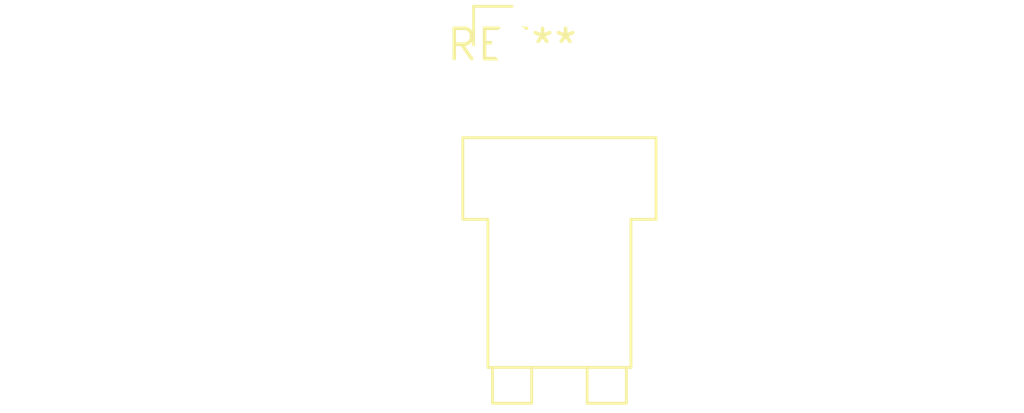
<source format=kicad_pcb>
(kicad_pcb (version 20240108) (generator pcbnew)
  (layers (0 "F.Cu" signal) (31 "B.Cu" signal) (34 "B.Paste" user) (35 "F.Paste" user) (36 "B.SilkS" user "B.Silkscreen") (37 "F.SilkS" user "F.Silkscreen") (38 "B.Mask" user) (39 "F.Mask" user) (44 "Edge.Cuts" user))
  (net 0 "")
  (footprint "JST_VH_B2PS-VH_1x02_P3.96mm_Horizontal" (layer "F.Cu") (at 0 0)
    (property "Reference" "REF**")
    (property "Value" "JST_VH_B2PS-VH_1x02_P3.96mm_Horizontal")
    (fp_line (start -2.06 3.89) (end 6.02 3.89) (layer "F.SilkS") (stroke (width 0.12)))
    (fp_line (start -2.06 7.31) (end -2.06 3.89) (layer "F.SilkS") (stroke (width 0.12)))
    (fp_line (start -1.61 -1.61) (end -1.61 0) (layer "F.SilkS") (stroke (width 0.12)))
    (fp_line (start -1.01 7.31) (end -2.06 7.31) (layer "F.SilkS") (stroke (width 0.12)))
    (fp_line (start -1.01 13.51) (end -1.01 7.31) (layer "F.SilkS") (stroke (width 0.12)))
    (fp_line (start -0.82 13.51) (end -0.82 15.01) (layer "F.SilkS") (stroke (width 0.12)))
    (fp_line (start -0.82 15.01) (end 0.82 15.01) (layer "F.SilkS") (stroke (width 0.12)))
    (fp_line (start 0 -1.61) (end -1.61 -1.61) (layer "F.SilkS") (stroke (width 0.12)))
    (fp_line (start 0.82 15.01) (end 0.82 13.51) (layer "F.SilkS") (stroke (width 0.12)))
    (fp_line (start 3.14 13.51) (end 3.14 15.01) (layer "F.SilkS") (stroke (width 0.12)))
    (fp_line (start 3.14 15.01) (end 4.78 15.01) (layer "F.SilkS") (stroke (width 0.12)))
    (fp_line (start 4.78 15.01) (end 4.78 13.51) (layer "F.SilkS") (stroke (width 0.12)))
    (fp_line (start 4.97 7.31) (end 4.97 13.51) (layer "F.SilkS") (stroke (width 0.12)))
    (fp_line (start 4.97 13.51) (end -1.01 13.51) (layer "F.SilkS") (stroke (width 0.12)))
    (fp_line (start 6.02 3.89) (end 6.02 7.31) (layer "F.SilkS") (stroke (width 0.12)))
    (fp_line (start 6.02 7.31) (end 4.97 7.31) (layer "F.SilkS") (stroke (width 0.12)))
    (pad "1" thru_hole roundrect (at 0 0) (size 2.7 2.7) (drill 1.7) (layers *.Cu *.Mask) (remove_unused_layers) (roundrect_rratio 0.092593))
    (pad "2" thru_hole circle (at 3.96 0) (size 2.7 2.7) (drill 1.7) (layers *.Cu *.Mask) (remove_unused_layers))
  )
)
</source>
